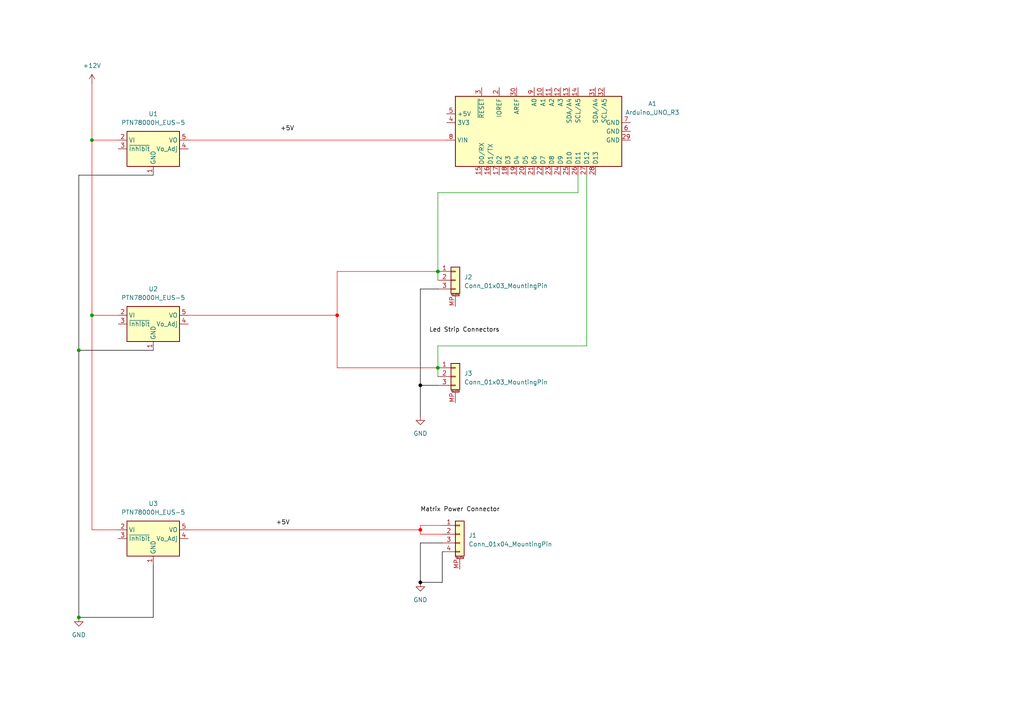
<source format=kicad_sch>
(kicad_sch (version 20230121) (generator eeschema)
  (paper "A4")
  (lib_symbols
    (symbol "Connector_Generic_MountingPin:Conn_01x03_MountingPin" (pin_names (offset 1.016) hide)
      (property "Reference" "J" (at 0 5.08 0))
      (property "Value" "Conn_01x03_MountingPin" (at 1.27 -5.08 0))
      (symbol "Conn_01x03_MountingPin_1_1"
        (rectangle (start -1.27 -2.413) (end 0 -2.667) (stroke (width 0.1524)))
        (rectangle (start -1.27 0.127) (end 0 -0.127) (stroke (width 0.1524)))
        (rectangle (start -1.27 2.667) (end 0 2.413) (stroke (width 0.1524)))
        (rectangle (start -1.27 3.81) (end 1.27 -3.81) (stroke (width 0.254)) (fill (type background)))
        (polyline (pts (xy -1.016 -4.572) (xy 1.016 -4.572)) (stroke (width 0.1524)))
        (text "Mounting" (at 0 -4.191 0) (effects (font (size 0.381 0.381))))
        (pin passive line (at -5.08 2.54 0) (length 3.81) (name "Pin_1") (number "1"))
        (pin passive line (at -5.08 0 0) (length 3.81) (name "Pin_2") (number "2"))
        (pin passive line (at -5.08 -2.54 0) (length 3.81) (name "Pin_3") (number "3"))
        (pin passive line (at 0 -7.62 90) (length 3.048) (name "MountPin") (number "MP"))
      )
    )
    (symbol "Connector_Generic_MountingPin:Conn_01x04_MountingPin" (pin_names (offset 1.016) hide)
      (property "Reference" "J" (at 0 5.08 0))
      (property "Value" "Conn_01x04_MountingPin" (at 1.27 -7.62 0))
      (symbol "Conn_01x04_MountingPin_1_1"
        (rectangle (start -1.27 -4.953) (end 0 -5.207) (stroke (width 0.1524)))
        (rectangle (start -1.27 -2.413) (end 0 -2.667) (stroke (width 0.1524)))
        (rectangle (start -1.27 0.127) (end 0 -0.127) (stroke (width 0.1524)))
        (rectangle (start -1.27 2.667) (end 0 2.413) (stroke (width 0.1524)))
        (rectangle (start -1.27 3.81) (end 1.27 -6.35) (stroke (width 0.254)) (fill (type background)))
        (polyline (pts (xy -1.016 -7.112) (xy 1.016 -7.112)) (stroke (width 0.1524)))
        (text "Mounting" (at 0 -6.731 0) (effects (font (size 0.381 0.381))))
        (pin passive line (at -5.08 2.54 0) (length 3.81) (name "Pin_1") (number "1"))
        (pin passive line (at -5.08 0 0) (length 3.81) (name "Pin_2") (number "2"))
        (pin passive line (at -5.08 -2.54 0) (length 3.81) (name "Pin_3") (number "3"))
        (pin passive line (at -5.08 -5.08 0) (length 3.81) (name "Pin_4") (number "4"))
        (pin passive line (at 0 -10.16 90) (length 3.048) (name "MountPin") (number "MP"))
      )
    )
    (symbol "Converter_DCDC:PTN78000H_EUS-5"
      (property "Reference" "U" (at -6.35 6.35 0))
      (property "Value" "PTN78000H_EUS-5" (at 3.81 6.35 0))
      (symbol "PTN78000H_EUS-5_0_1"
        (rectangle (start -7.62 5.08) (end 7.62 -5.08) (stroke (width 0.254)) (fill (type background)))
      )
      (symbol "PTN78000H_EUS-5_1_1"
        (pin power_in line (at 0 -7.62 90) (length 2.54) (name "GND") (number "1"))
        (pin power_in line (at -10.16 2.54 0) (length 2.54) (name "VI") (number "2"))
        (pin input line (at -10.16 0 0) (length 2.54) (name "~{Inhibit}") (number "3"))
        (pin output line (at 10.16 0 180) (length 2.54) (name "Vo_Adj") (number "4"))
        (pin power_out line (at 10.16 2.54 180) (length 2.54) (name "VO") (number "5"))
      )
    )
    (symbol "MCU_Module:Arduino_UNO_R3"
      (property "Reference" "A" (at -10.16 23.495 0))
      (property "Value" "Arduino_UNO_R3" (at 5.08 -26.67 0))
      (symbol "Arduino_UNO_R3_0_1"
        (rectangle (start -10.16 22.86) (end 10.16 -25.4) (stroke (width 0.254)) (fill (type background)))
      )
      (symbol "Arduino_UNO_R3_1_1"
        (pin no_connect line (at -10.16 -20.32 0) (length 2.54) hide (name "NC") (number "1"))
        (pin bidirectional line (at 12.7 -2.54 180) (length 2.54) (name "A1") (number "10"))
        (pin bidirectional line (at 12.7 -5.08 180) (length 2.54) (name "A2") (number "11"))
        (pin bidirectional line (at 12.7 -7.62 180) (length 2.54) (name "A3") (number "12"))
        (pin bidirectional line (at 12.7 -10.16 180) (length 2.54) (name "SDA/A4") (number "13"))
        (pin bidirectional line (at 12.7 -12.7 180) (length 2.54) (name "SCL/A5") (number "14"))
        (pin bidirectional line (at -12.7 15.24 0) (length 2.54) (name "D0/RX") (number "15"))
        (pin bidirectional line (at -12.7 12.7 0) (length 2.54) (name "D1/TX") (number "16"))
        (pin bidirectional line (at -12.7 10.16 0) (length 2.54) (name "D2") (number "17"))
        (pin bidirectional line (at -12.7 7.62 0) (length 2.54) (name "D3") (number "18"))
        (pin bidirectional line (at -12.7 5.08 0) (length 2.54) (name "D4") (number "19"))
        (pin output line (at 12.7 10.16 180) (length 2.54) (name "IOREF") (number "2"))
        (pin bidirectional line (at -12.7 2.54 0) (length 2.54) (name "D5") (number "20"))
        (pin bidirectional line (at -12.7 0 0) (length 2.54) (name "D6") (number "21"))
        (pin bidirectional line (at -12.7 -2.54 0) (length 2.54) (name "D7") (number "22"))
        (pin bidirectional line (at -12.7 -5.08 0) (length 2.54) (name "D8") (number "23"))
        (pin bidirectional line (at -12.7 -7.62 0) (length 2.54) (name "D9") (number "24"))
        (pin bidirectional line (at -12.7 -10.16 0) (length 2.54) (name "D10") (number "25"))
        (pin bidirectional line (at -12.7 -12.7 0) (length 2.54) (name "D11") (number "26"))
        (pin bidirectional line (at -12.7 -15.24 0) (length 2.54) (name "D12") (number "27"))
        (pin bidirectional line (at -12.7 -17.78 0) (length 2.54) (name "D13") (number "28"))
        (pin power_in line (at -2.54 -27.94 90) (length 2.54) (name "GND") (number "29"))
        (pin input line (at 12.7 15.24 180) (length 2.54) (name "~{RESET}") (number "3"))
        (pin input line (at 12.7 5.08 180) (length 2.54) (name "AREF") (number "30"))
        (pin bidirectional line (at 12.7 -17.78 180) (length 2.54) (name "SDA/A4") (number "31"))
        (pin bidirectional line (at 12.7 -20.32 180) (length 2.54) (name "SCL/A5") (number "32"))
        (pin power_out line (at 2.54 25.4 270) (length 2.54) (name "3V3") (number "4"))
        (pin power_out line (at 5.08 25.4 270) (length 2.54) (name "+5V") (number "5"))
        (pin power_in line (at 0 -27.94 90) (length 2.54) (name "GND") (number "6"))
        (pin power_in line (at 2.54 -27.94 90) (length 2.54) (name "GND") (number "7"))
        (pin power_in line (at -2.54 25.4 270) (length 2.54) (name "VIN") (number "8"))
        (pin bidirectional line (at 12.7 0 180) (length 2.54) (name "A0") (number "9"))
      )
    )
    (symbol "power:+12V" (power) (pin_names (offset 0))
      (property "Value" "+12V" (at 0 3.556 0))
      (symbol "+12V_0_1"
        (polyline (pts (xy -0.762 1.27) (xy 0 2.54)))
        (polyline (pts (xy 0 0) (xy 0 2.54)))
        (polyline (pts (xy 0 2.54) (xy 0.762 1.27)))
      )
      (symbol "+12V_1_1"
        (pin power_in line (at 0 0 90) (length 0) hide (name "+12V") (number "1"))
      )
    )
    (symbol "power:GND" (power) (pin_names (offset 0))
      (property "Value" "GND" (at 0 -3.81 0))
      (symbol "GND_0_1"
        (polyline (pts (xy 0 0) (xy 0 -1.27) (xy 1.27 -1.27) (xy 0 -2.54) (xy -1.27 -1.27) (xy 0 -1.27)))
      )
      (symbol "GND_1_1"
        (pin power_in line (at 0 0 270) (length 0) hide (name "GND") (number "1"))
      )
    )
  )
  (junction (at 97.79 91.44) (color 255 0 0 1))
  (junction (at 127 78.74))
  (junction (at 22.86 101.6))
  (junction (at 26.67 40.64))
  (junction (at 127 106.68))
  (junction (at 121.92 153.67) (color 255 0 0 1))
  (junction (at 121.92 111.76) (color 0 0 0 1))
  (junction (at 26.67 91.44))
  (junction (at 22.86 179.07))
  (junction (at 121.92 168.91) (color 0 0 0 1))
  (wire (pts (xy 97.79 78.74) (xy 127 78.74)) (stroke (width 0) (color 255 0 0 1)))
  (wire (pts (xy 97.79 78.74) (xy 97.79 91.44)) (stroke (width 0) (color 255 0 0 1)))
  (wire (pts (xy 22.86 101.6) (xy 22.86 179.07)) (stroke (width 0) (color 0 0 0 1)))
  (wire (pts (xy 121.92 111.76) (xy 127 111.76)) (stroke (width 0) (color 0 0 0 1)))
  (wire (pts (xy 54.61 153.67) (xy 121.92 153.67)) (stroke (width 0) (color 255 0 0 1)))
  (wire (pts (xy 121.92 168.91) (xy 121.92 157.48)) (stroke (width 0) (color 0 0 0 1)))
  (wire (pts (xy 121.92 157.48) (xy 128.27 157.48)) (stroke (width 0) (color 0 0 0 1)))
  (wire (pts (xy 121.92 153.67) (xy 121.92 154.94)) (stroke (width 0) (color 255 0 0 1)))
  (wire (pts (xy 22.86 50.8) (xy 44.45 50.8)) (stroke (width 0) (color 0 0 0 1)))
  (wire (pts (xy 170.18 100.33) (xy 127 100.33)))
  (wire (pts (xy 121.92 83.82) (xy 121.92 111.76)) (stroke (width 0) (color 0 0 0 1)))
  (wire (pts (xy 26.67 24.13) (xy 26.67 40.64)) (stroke (width 0) (color 255 0 0 1)))
  (wire (pts (xy 26.67 153.67) (xy 34.29 153.67)) (stroke (width 0) (color 255 0 0 1)))
  (wire (pts (xy 97.79 91.44) (xy 97.79 106.68)) (stroke (width 0) (color 255 0 0 1)))
  (wire (pts (xy 127 100.33) (xy 127 106.68)))
  (wire (pts (xy 26.67 40.64) (xy 26.67 91.44)) (stroke (width 0) (color 255 0 0 1)))
  (wire (pts (xy 170.18 50.8) (xy 170.18 100.33)))
  (wire (pts (xy 22.86 179.07) (xy 44.45 179.07)) (stroke (width 0) (color 0 0 0 1)))
  (wire (pts (xy 128.27 168.91) (xy 128.27 160.02)) (stroke (width 0) (color 0 0 0 1)))
  (wire (pts (xy 121.92 152.4) (xy 128.27 152.4)) (stroke (width 0) (color 255 0 0 1)))
  (wire (pts (xy 121.92 111.76) (xy 121.92 120.65)) (stroke (width 0) (color 0 0 0 1)))
  (wire (pts (xy 26.67 91.44) (xy 34.29 91.44)) (stroke (width 0) (color 255 0 0 1)))
  (wire (pts (xy 127 106.68) (xy 127 109.22)))
  (wire (pts (xy 26.67 91.44) (xy 26.67 153.67)) (stroke (width 0) (color 255 0 0 1)))
  (wire (pts (xy 97.79 106.68) (xy 127 106.68)) (stroke (width 0) (color 255 0 0 1)))
  (wire (pts (xy 44.45 179.07) (xy 44.45 163.83)) (stroke (width 0) (color 0 0 0 1)))
  (wire (pts (xy 97.79 91.44) (xy 54.61 91.44)) (stroke (width 0) (color 255 0 0 1)))
  (wire (pts (xy 26.67 40.64) (xy 34.29 40.64)) (stroke (width 0) (color 255 0 0 1)))
  (wire (pts (xy 167.64 50.8) (xy 167.64 55.88)))
  (wire (pts (xy 22.86 50.8) (xy 22.86 101.6)) (stroke (width 0) (color 0 0 0 1)))
  (wire (pts (xy 127 78.74) (xy 127 81.28)))
  (wire (pts (xy 22.86 101.6) (xy 44.45 101.6)) (stroke (width 0) (color 0 0 0 1)))
  (wire (pts (xy 121.92 154.94) (xy 128.27 154.94)) (stroke (width 0) (color 255 0 0 1)))
  (wire (pts (xy 121.92 83.82) (xy 127 83.82)) (stroke (width 0) (color 0 0 0 1)))
  (wire (pts (xy 167.64 55.88) (xy 127 55.88)))
  (wire (pts (xy 127 55.88) (xy 127 78.74)))
  (wire (pts (xy 121.92 153.67) (xy 121.92 152.4)) (stroke (width 0) (color 255 0 0 1)))
  (wire (pts (xy 54.61 40.64) (xy 129.54 40.64)) (stroke (width 0) (color 255 0 0 1)))
  (wire (pts (xy 121.92 168.91) (xy 128.27 168.91)) (stroke (width 0) (color 0 0 0 1)))
  (text "Led Strip Connectors" (at 124.46 96.52 0) (effects (font (size 1.27 1.27)) (justify left bottom)))
  (text "+5V" (at 81.28 38.1 0) (effects (font (size 1.27 1.27)) (justify left bottom)))
  (text "+5V" (at 80.01 152.4 0) (effects (font (size 1.27 1.27)) (justify left bottom)))
  (text "Matrix Power Connector" (at 121.92 148.59 0) (effects (font (size 1.27 1.27)) (justify left bottom)))
  (symbol (lib_id "Connector_Generic_MountingPin:Conn_01x03_MountingPin") (at 132.08 81.28 0) (unit 1)
    (property "Reference" "J2" (at 134.62 80.3656 0) (effects (justify left)))
    (property "Value" "Conn_01x03_MountingPin" (at 134.62 82.9056 0) (effects (justify left)))
  )
  (symbol (lib_id "power:GND") (at 121.92 120.65 0) (unit 1)
    (property "Reference" "#PWR04" (effects hide))
    (property "Value" "GND" (at 121.92 125.73 0))
  )
  (symbol (lib_id "Connector_Generic_MountingPin:Conn_01x04_MountingPin") (at 133.35 154.94 0) (unit 1)
    (property "Reference" "J1" (at 135.89 155.2956 0) (effects (justify left)))
    (property "Value" "Conn_01x04_MountingPin" (at 135.89 157.8356 0) (effects (justify left)))
  )
  (symbol (lib_id "MCU_Module:Arduino_UNO_R3") (at 154.94 38.1 90) (unit 1)
    (property "Reference" "A1" (at 189.23 30.0639 90))
    (property "Value" "Arduino_UNO_R3" (at 189.23 32.6039 90))
    (property "Footprint" "Module:Arduino_UNO_R3" (effects hide))
    (property "Datasheet" "https://www.arduino.cc/en/Main/arduinoBoardUno" (effects hide))
  )
  (symbol (lib_id "power:GND") (at 22.86 179.07 0) (unit 1)
    (property "Reference" "#PWR02" (effects hide))
    (property "Value" "GND" (at 22.86 184.15 0))
  )
  (symbol (lib_id "power:GND") (at 121.92 168.91 0) (unit 1)
    (property "Reference" "#PWR03" (effects hide))
    (property "Value" "GND" (at 121.92 173.99 0))
  )
  (symbol (lib_id "Connector_Generic_MountingPin:Conn_01x03_MountingPin") (at 132.08 109.22 0) (unit 1)
    (property "Reference" "J3" (at 134.62 108.3056 0) (effects (justify left)))
    (property "Value" "Conn_01x03_MountingPin" (at 134.62 110.8456 0) (effects (justify left)))
  )
  (symbol (lib_id "Converter_DCDC:PTN78000H_EUS-5") (at 44.45 156.21 0) (unit 1)
    (property "Reference" "U3" (at 44.45 146.05 0))
    (property "Value" "PTN78000H_EUS-5" (at 44.45 148.59 0))
    (property "Footprint" "Module:Texas_EUS_R-PDSS-T5_THT" (effects hide))
    (property "Datasheet" "https://www.ti.com/lit/ds/symlink/ptn78000w.pdf" (effects hide))
  )
  (symbol (lib_id "Converter_DCDC:PTN78000H_EUS-5") (at 44.45 93.98 0) (unit 1)
    (property "Reference" "U2" (at 44.45 83.82 0))
    (property "Value" "PTN78000H_EUS-5" (at 44.45 86.36 0))
    (property "Footprint" "Module:Texas_EUS_R-PDSS-T5_THT" (effects hide))
    (property "Datasheet" "https://www.ti.com/lit/ds/symlink/ptn78000w.pdf" (effects hide))
  )
  (symbol (lib_id "power:+12V") (at 26.67 24.13 0) (unit 1)
    (property "Reference" "#PWR01" (effects hide))
    (property "Value" "+12V" (at 26.67 19.05 0))
  )
  (symbol (lib_id "Converter_DCDC:PTN78000H_EUS-5") (at 44.45 43.18 0) (unit 1)
    (property "Reference" "U1" (at 44.45 33.02 0))
    (property "Value" "PTN78000H_EUS-5" (at 44.45 35.56 0))
    (property "Footprint" "Module:Texas_EUS_R-PDSS-T5_THT" (effects hide))
    (property "Datasheet" "https://www.ti.com/lit/ds/symlink/ptn78000w.pdf" (effects hide))
  )
)
</source>
